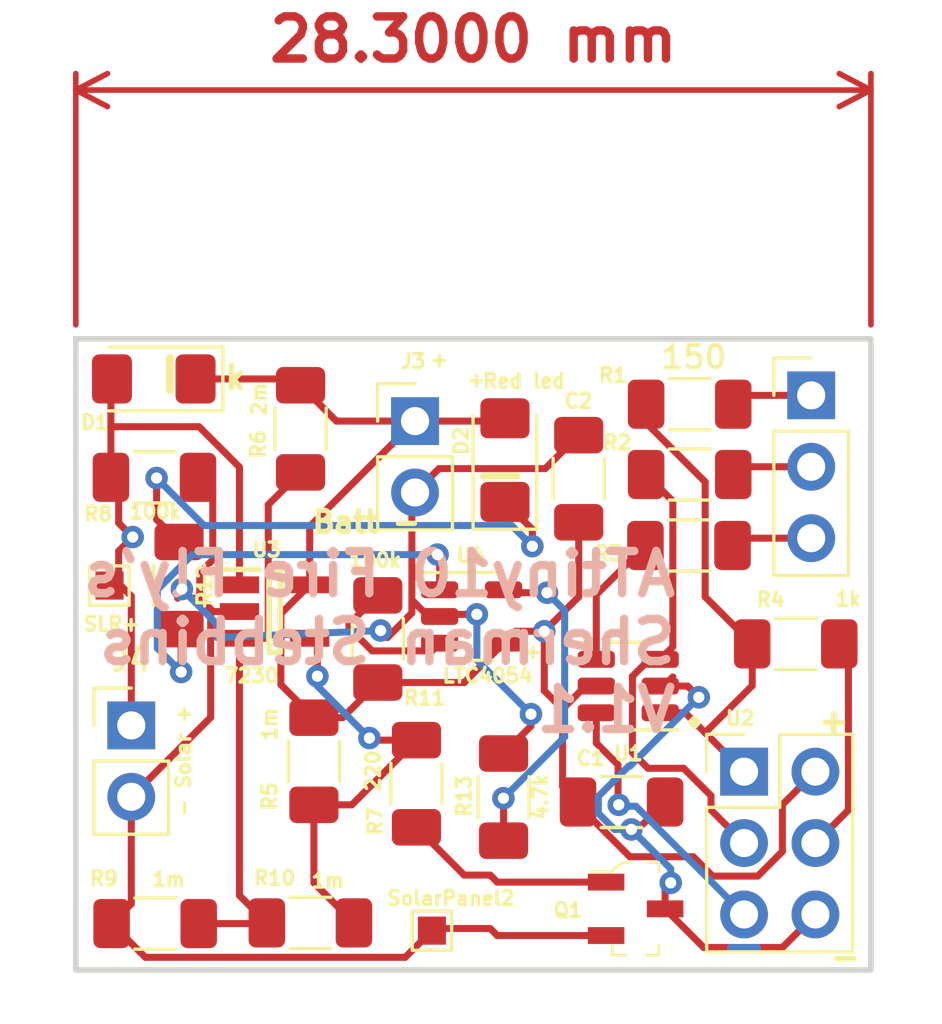
<source format=kicad_pcb>
(kicad_pcb (version 20221018) (generator pcbnew)
  (layers (0 "F.Cu" signal) (31 "B.Cu" signal) (34 "B.Paste" user) (35 "F.Paste" user) (36 "B.SilkS" user "B.Silkscreen") (37 "F.SilkS" user "F.Silkscreen") (38 "B.Mask" user) (39 "F.Mask" user) (44 "Edge.Cuts" user))
  (net 0 "")
  (net 1 "VCC")
  (net 2 "GND")
  (net 3 "SolarPanel+")
  (net 4 "Net-(J1-Pin_1)")
  (net 5 "Net-(J1-Pin_2)")
  (net 6 "Net-(J1-Pin_3)")
  (net 7 "GND1")
  (net 8 "Net-(Q1-G)")
  (net 9 "Net-(U1-PB0)")
  (net 10 "Net-(U1-PB1)")
  (net 11 "Net-(U1-PB2)")
  (net 12 "Net-(U2-MOSI)")
  (net 13 "Net-(R10-Pad1)")
  (net 14 "Net-(U3-+)")
  (net 15 "Net-(U1-~{RESET}{slash}PB3)")
  (net 16 "Net-(D2-K)")
  (net 17 "Net-(U4-BAT)")
  (net 18 "Net-(U4-~{CHRG})")
  (net 19 "Net-(U4-PROG)")
  (footprint "Connector_PinHeader_2.54mm:PinHeader_1x03_P2.54mm_Vertical" (layer "F.Cu") (at 126.225 104.56)
    (fp_text reference "J1" hide)
    (fp_text value "Conn_01x03")
    (fp_line (start -1.33 -1.33) (end 0 -1.33) (stroke (width 0.12)) (layer "F.SilkS"))
    (fp_line (start -1.33 0) (end -1.33 -1.33) (stroke (width 0.12)) (layer "F.SilkS"))
    (fp_line (start -1.33 1.27) (end -1.33 6.41) (stroke (width 0.12)) (layer "F.SilkS"))
    (fp_line (start -1.33 1.27) (end 1.33 1.27) (stroke (width 0.12)) (layer "F.SilkS"))
    (fp_line (start -1.33 6.41) (end 1.33 6.41) (stroke (width 0.12)) (layer "F.SilkS"))
    (fp_line (start 1.33 1.27) (end 1.33 6.41) (stroke (width 0.12)) (layer "F.SilkS"))
    (pad "1" thru_hole rect (at 0 0) (size 1.7 1.7) (drill 1) (layers "*.Cu" "*.Mask") (net 4 "Net-(J1-Pin_1)"))
    (pad "2" thru_hole oval (at 0 2.54) (size 1.7 1.7) (drill 1) (layers "*.Cu" "*.Mask") (net 5 "Net-(J1-Pin_2)"))
    (pad "3" thru_hole oval (at 0 5.08) (size 1.7 1.7) (drill 1) (layers "*.Cu" "*.Mask") (net 6 "Net-(J1-Pin_3)"))
  )
  (footprint "TestPoint:TestPoint_Pad_1.0x1.0mm" (layer "F.Cu") (at 101.25 111.325)
    (fp_text reference "SLR+" (at 0.08 1.365) (layer "F.SilkS") (effects (font (size 0.5 0.5) (thickness 0.125))))
    (fp_text value "TestPoint")
    (fp_line (start -0.7 -0.7) (end 0.7 -0.7) (stroke (width 0.12)) (layer "F.SilkS"))
    (fp_line (start -0.7 0.7) (end -0.7 -0.7) (stroke (width 0.12)) (layer "F.SilkS"))
    (fp_line (start 0.7 -0.7) (end 0.7 0.7) (stroke (width 0.12)) (layer "F.SilkS"))
    (fp_line (start 0.7 0.7) (end -0.7 0.7) (stroke (width 0.12)) (layer "F.SilkS"))
    (pad "1" smd rect (at 0 0) (size 1 1) (layers "F.Cu" "F.Mask") (net 3 "SolarPanel+"))
  )
  (footprint "Package_TO_SOT_SMD:TSOT-23-5" (layer "F.Cu") (at 114.1375 112.425)
    (fp_text reference "U4" (at -0.025 -2.175) (layer "F.SilkS") (effects (font (size 0.5 0.5) (thickness 0.125))))
    (fp_text value "LTC4054" (at 0.5725 2.105) (layer "F.SilkS") (effects (font (size 0.5 0.5) (thickness 0.125))))
    (fp_line (start 0 -1.56) (end -1.8 -1.56) (stroke (width 0.12)) (layer "F.SilkS"))
    (fp_line (start 0 -1.56) (end 0.8 -1.56) (stroke (width 0.12)) (layer "F.SilkS"))
    (fp_line (start 0 1.56) (end -0.8 1.56) (stroke (width 0.12)) (layer "F.SilkS"))
    (fp_line (start 0 1.56) (end 0.8 1.56) (stroke (width 0.12)) (layer "F.SilkS"))
    (pad "1" smd roundrect (at -1.1375 -0.95) (size 1.325 0.6) (layers "F.Cu" "F.Paste" "F.Mask") (net 18 "Net-(U4-~{CHRG})"))
    (pad "2" smd roundrect (at -1.1375 0) (size 1.325 0.6) (layers "F.Cu" "F.Paste" "F.Mask") (net 7 "GND1"))
    (pad "3" smd roundrect (at -1.1375 0.95) (size 1.325 0.6) (layers "F.Cu" "F.Paste" "F.Mask") (net 17 "Net-(U4-BAT)"))
    (pad "4" smd roundrect (at 1.1375 0.95) (size 1.325 0.6) (layers "F.Cu" "F.Paste" "F.Mask") (net 1 "VCC"))
    (pad "5" smd roundrect (at 1.1375 -0.95) (size 1.325 0.6) (layers "F.Cu" "F.Paste" "F.Mask") (net 19 "Net-(U4-PROG)"))
  )
  (footprint "Resistor_SMD:R_1206_3216Metric_Pad1.30x1.75mm_HandSolder" (layer "F.Cu") (at 110.8 113.225 90)
    (fp_text reference "R11" (at -2.095 1.67 180) (layer "F.SilkS") (effects (font (size 0.5 0.5) (thickness 0.125))))
    (fp_text value "100k")
    (fp_line (start -0.727064 -0.91) (end 0.727064 -0.91) (stroke (width 0.12)) (layer "F.SilkS"))
    (fp_line (start -0.727064 0.91) (end 0.727064 0.91) (stroke (width 0.12)) (layer "F.SilkS"))
    (pad "1" smd roundrect (at -1.55 0 90) (size 1.3 1.75) (layers "F.Cu" "F.Paste" "F.Mask") (roundrect_rratio 0.192308) (net 1 "VCC"))
    (pad "2" smd roundrect (at 1.55 0 90) (size 1.3 1.75) (layers "F.Cu" "F.Paste" "F.Mask") (roundrect_rratio 0.192308) (net 17 "Net-(U4-BAT)"))
  )
  (footprint "Resistor_SMD:R_1206_3216Metric_Pad1.30x1.75mm_HandSolder" (layer "F.Cu") (at 115.275 118.85 90)
    (fp_text reference "R13" (at 0.04 -1.415 90) (layer "F.SilkS") (effects (font (size 0.5 0.5) (thickness 0.125))))
    (fp_text value "4.7k" (at 0 1.315 90) (layer "F.SilkS") (effects (font (size 0.5 0.5) (thickness 0.125))))
    (fp_line (start -0.727064 -0.91) (end 0.727064 -0.91) (stroke (width 0.12)) (layer "F.SilkS"))
    (fp_line (start -0.727064 0.91) (end 0.727064 0.91) (stroke (width 0.12)) (layer "F.SilkS"))
    (pad "1" smd roundrect (at -1.55 0 90) (size 1.3 1.75) (layers "F.Cu" "F.Paste" "F.Mask") (roundrect_rratio 0.192308) (net 19 "Net-(U4-PROG)"))
    (pad "2" smd roundrect (at 1.55 0 90) (size 1.3 1.75) (layers "F.Cu" "F.Paste" "F.Mask") (roundrect_rratio 0.192308) (net 7 "GND1"))
  )
  (footprint "Resistor_SMD:R_1206_3216Metric_Pad1.30x1.75mm_HandSolder" (layer "F.Cu") (at 119.475 119.025)
    (fp_text reference "C1" (at -1.1 -1.55) (layer "F.SilkS") (effects (font (size 0.5 0.5) (thickness 0.125))))
    (fp_text value "C")
    (fp_line (start -0.727064 -0.91) (end 0.727064 -0.91) (stroke (width 0.12)) (layer "F.SilkS"))
    (fp_line (start -0.727064 0.91) (end 0.727064 0.91) (stroke (width 0.12)) (layer "F.SilkS"))
    (pad "1" smd roundrect (at -1.55 0) (size 1.3 1.75) (layers "F.Cu" "F.Paste" "F.Mask") (roundrect_rratio 0.192308) (net 1 "VCC"))
    (pad "2" smd roundrect (at 1.55 0) (size 1.3 1.75) (layers "F.Cu" "F.Paste" "F.Mask") (roundrect_rratio 0.192308) (net 2 "GND"))
  )
  (footprint "++Sherms-Custom-Libs:SOT95P270X145-5N-7230" (layer "F.Cu") (at 107.125 112.25)
    (fp_text reference "U3" (at -0.285 -2.2) (layer "F.SilkS") (effects (font (size 0.5 0.5) (thickness 0.125))))
    (fp_text value "BU7230-Comparator-5pin" hide)
    (fp_line (start -1.95 -1.5) (end -0.55 -1.5) (stroke (width 0.2)) (layer "F.SilkS"))
    (fp_line (start -0.2 -1.45) (end 0.2 -1.45) (stroke (width 0.2)) (layer "F.SilkS"))
    (fp_line (start -0.2 1.45) (end -0.2 -1.45) (stroke (width 0.2)) (layer "F.SilkS"))
    (fp_line (start 0.2 -1.45) (end 0.2 1.45) (stroke (width 0.2)) (layer "F.SilkS"))
    (fp_line (start 0.2 1.45) (end -0.2 1.45) (stroke (width 0.2)) (layer "F.SilkS"))
    (pad "1" smd rect (at -1.25 -0.95 90) (size 0.6 1.4) (layers "F.Cu" "F.Paste" "F.Mask") (net 3 "SolarPanel+"))
    (pad "2" smd rect (at -1.25 0 90) (size 0.6 1.4) (layers "F.Cu" "F.Paste" "F.Mask") (net 7 "GND1"))
    (pad "3" smd rect (at -1.25 0.95 90) (size 0.6 1.4) (layers "F.Cu" "F.Paste" "F.Mask") (net 14 "Net-(U3-+)"))
    (pad "4" smd rect (at 1.25 0.95 90) (size 0.6 1.4) (layers "F.Cu" "F.Paste" "F.Mask") (net 13 "Net-(R10-Pad1)"))
    (pad "5" smd rect (at 1.25 -0.95 90) (size 0.6 1.4) (layers "F.Cu" "F.Paste" "F.Mask") (net 1 "VCC"))
  )
  (footprint "Connector_PinHeader_2.54mm:PinHeader_2x03_P2.54mm_Vertical" (layer "F.Cu") (at 123.835 117.945)
    (fp_text reference "U2" (at -0.135 -1.895) (layer "F.SilkS") (effects (font (size 0.5 0.5) (thickness 0.125))))
    (fp_text value "ATtiny10-ISP")
    (fp_line (start -1.33 -1.33) (end 0 -1.33) (stroke (width 0.12)) (layer "F.SilkS"))
    (fp_line (start -1.33 0) (end -1.33 -1.33) (stroke (width 0.12)) (layer "F.SilkS"))
    (fp_line (start -1.33 1.27) (end -1.33 6.41) (stroke (width 0.12)) (layer "F.SilkS"))
    (fp_line (start -1.33 1.27) (end 1.27 1.27) (stroke (width 0.12)) (layer "F.SilkS"))
    (fp_line (start -1.33 6.41) (end 3.87 6.41) (stroke (width 0.12)) (layer "F.SilkS"))
    (fp_line (start 1.27 -1.33) (end 3.87 -1.33) (stroke (width 0.12)) (layer "F.SilkS"))
    (fp_line (start 1.27 1.27) (end 1.27 -1.33) (stroke (width 0.12)) (layer "F.SilkS"))
    (fp_line (start 3.87 -1.33) (end 3.87 6.41) (stroke (width 0.12)) (layer "F.SilkS"))
    (pad "1" thru_hole rect (at 0 0) (size 1.7 1.7) (drill 1) (layers "*.Cu" "*.Mask") (net 9 "Net-(U1-PB0)"))
    (pad "2" thru_hole oval (at 2.54 0) (size 1.7 1.7) (drill 1) (layers "*.Cu" "*.Mask") (net 1 "VCC"))
    (pad "3" thru_hole oval (at 0 2.54) (size 1.7 1.7) (drill 1) (layers "*.Cu" "*.Mask") (net 10 "Net-(U1-PB1)"))
    (pad "4" thru_hole oval (at 2.54 2.54) (size 1.7 1.7) (drill 1) (layers "*.Cu" "*.Mask") (net 12 "Net-(U2-MOSI)"))
    (pad "5" thru_hole oval (at 0 5.08) (size 1.7 1.7) (drill 1) (layers "*.Cu" "*.Mask") (net 15 "Net-(U1-~{RESET}{slash}PB3)"))
    (pad "6" thru_hole oval (at 2.54 5.08) (size 1.7 1.7) (drill 1) (layers "*.Cu" "*.Mask") (net 2 "GND"))
  )
  (footprint "Resistor_SMD:R_1206_3216Metric_Pad1.30x1.75mm_HandSolder" (layer "F.Cu") (at 125.675 113.4)
    (fp_text reference "R4" (at -0.9 -1.575) (layer "F.SilkS") (effects (font (size 0.5 0.5) (thickness 0.125))))
    (fp_text value "1k" (at 1.875 -1.6) (layer "F.SilkS") (effects (font (size 0.5 0.5) (thickness 0.125))))
    (fp_line (start -0.727064 -0.91) (end 0.727064 -0.91) (stroke (width 0.12)) (layer "F.SilkS"))
    (fp_line (start -0.727064 0.91) (end 0.727064 0.91) (stroke (width 0.12)) (layer "F.SilkS"))
    (pad "1" smd roundrect (at -1.55 0) (size 1.3 1.75) (layers "F.Cu" "F.Paste" "F.Mask") (roundrect_rratio 0.192308) (net 9 "Net-(U1-PB0)"))
    (pad "2" smd roundrect (at 1.55 0) (size 1.3 1.75) (layers "F.Cu" "F.Paste" "F.Mask") (roundrect_rratio 0.192308) (net 12 "Net-(U2-MOSI)"))
  )
  (footprint "Resistor_SMD:R_1206_3216Metric_Pad1.30x1.75mm_HandSolder" (layer "F.Cu") (at 121.9 104.875)
    (fp_text reference "R1" (at -2.73 -1.035) (layer "F.SilkS") (effects (font (size 0.5 0.5) (thickness 0.125))))
    (fp_text value "150" (at 0.15 -1.675) (layer "F.SilkS") (effects (font (size 0.8 0.8))))
    (fp_line (start -0.727064 -0.91) (end 0.727064 -0.91) (stroke (width 0.12)) (layer "F.SilkS"))
    (fp_line (start -0.727064 0.91) (end 0.727064 0.91) (stroke (width 0.12)) (layer "F.SilkS"))
    (pad "1" smd roundrect (at -1.55 0) (size 1.3 1.75) (layers "F.Cu" "F.Paste" "F.Mask") (roundrect_rratio 0.192308) (net 9 "Net-(U1-PB0)"))
    (pad "2" smd roundrect (at 1.55 0) (size 1.3 1.75) (layers "F.Cu" "F.Paste" "F.Mask") (roundrect_rratio 0.192308) (net 4 "Net-(J1-Pin_1)"))
  )
  (footprint "Connector_PinHeader_2.54mm:PinHeader_1x02_P2.54mm_Vertical" (layer "F.Cu") (at 112.125 105.475)
    (fp_text reference "J3" (at -0.075 -2.125) (layer "F.SilkS") (effects (font (size 0.5 0.5) (thickness 0.125))))
    (fp_text value "Conn_01x02-Battery")
    (fp_line (start -1.33 -1.33) (end 0 -1.33) (stroke (width 0.12)) (layer "F.SilkS"))
    (fp_line (start -1.33 0) (end -1.33 -1.33) (stroke (width 0.12)) (layer "F.SilkS"))
    (fp_line (start -1.33 1.27) (end -1.33 3.87) (stroke (width 0.12)) (layer "F.SilkS"))
    (fp_line (start -1.33 1.27) (end 1.33 1.27) (stroke (width 0.12)) (layer "F.SilkS"))
    (fp_line (start -1.33 3.87) (end 1.33 3.87) (stroke (width 0.12)) (layer "F.SilkS"))
    (fp_line (start 1.33 1.27) (end 1.33 3.87) (stroke (width 0.12)) (layer "F.SilkS"))
    (pad "1" thru_hole rect (at 0 0) (size 1.7 1.7) (drill 1) (layers "*.Cu" "*.Mask") (net 1 "VCC"))
    (pad "2" thru_hole oval (at 0 2.54) (size 1.7 1.7) (drill 1) (layers "*.Cu" "*.Mask") (net 7 "GND1"))
  )
  (footprint "Resistor_SMD:R_1206_3216Metric_Pad1.30x1.75mm_HandSolder" (layer "F.Cu") (at 112.175 118.375 90)
    (fp_text reference "R7" (at -1.335 -1.475 90) (layer "F.SilkS") (effects (font (size 0.5 0.5) (thickness 0.125))))
    (fp_text value "220" (at 0.455 -1.545 90) (layer "F.SilkS") (effects (font (size 0.5 0.5) (thickness 0.125))))
    (fp_line (start -0.727064 -0.91) (end 0.727064 -0.91) (stroke (width 0.12)) (layer "F.SilkS"))
    (fp_line (start -0.727064 0.91) (end 0.727064 0.91) (stroke (width 0.12)) (layer "F.SilkS"))
    (pad "1" smd roundrect (at -1.55 0 90) (size 1.3 1.75) (layers "F.Cu" "F.Paste" "F.Mask") (roundrect_rratio 0.192308) (net 8 "Net-(Q1-G)"))
    (pad "2" smd roundrect (at 1.55 0 90) (size 1.3 1.75) (layers "F.Cu" "F.Paste" "F.Mask") (roundrect_rratio 0.192308) (net 13 "Net-(R10-Pad1)"))
  )
  (footprint "Connector_PinHeader_2.54mm:PinHeader_1x02_P2.54mm_Vertical" (layer "F.Cu") (at 102.025 116.3)
    (fp_text reference "J4" (at 0 -2.33) (layer "F.SilkS") (effects (font (size 0.8 0.8))))
    (fp_text value "Conn_01x02")
    (fp_line (start -1.33 -1.33) (end 0 -1.33) (stroke (width 0.12)) (layer "F.SilkS"))
    (fp_line (start -1.33 0) (end -1.33 -1.33) (stroke (width 0.12)) (layer "F.SilkS"))
    (fp_line (start -1.33 1.27) (end -1.33 3.87) (stroke (width 0.12)) (layer "F.SilkS"))
    (fp_line (start -1.33 1.27) (end 1.33 1.27) (stroke (width 0.12)) (layer "F.SilkS"))
    (fp_line (start -1.33 3.87) (end 1.33 3.87) (stroke (width 0.12)) (layer "F.SilkS"))
    (fp_line (start 1.33 1.27) (end 1.33 3.87) (stroke (width 0.12)) (layer "F.SilkS"))
    (pad "1" thru_hole rect (at 0 0) (size 1.7 1.7) (drill 1) (layers "*.Cu" "*.Mask") (net 3 "SolarPanel+"))
    (pad "2" thru_hole oval (at 0 2.54) (size 1.7 1.7) (drill 1) (layers "*.Cu" "*.Mask") (net 7 "GND1"))
  )
  (footprint "Resistor_SMD:R_1206_3216Metric_Pad1.30x1.75mm_HandSolder" (layer "F.Cu") (at 108.525 117.575 -90)
    (fp_text reference "R5" (at 1.25 1.575 90) (layer "F.SilkS") (effects (font (size 0.5 0.5) (thickness 0.125))))
    (fp_text value "1m" (at -1.325 1.575 90) (layer "F.SilkS") (effects (font (size 0.5 0.5) (thickness 0.125))))
    (fp_line (start -0.727064 -0.91) (end 0.727064 -0.91) (stroke (width 0.12)) (layer "F.SilkS"))
    (fp_line (start -0.727064 0.91) (end 0.727064 0.91) (stroke (width 0.12)) (layer "F.SilkS"))
    (pad "1" smd roundrect (at -1.55 0 270) (size 1.3 1.75) (layers "F.Cu" "F.Paste" "F.Mask") (roundrect_rratio 0.192308) (net 1 "VCC"))
    (pad "2" smd roundrect (at 1.55 0 270) (size 1.3 1.75) (layers "F.Cu" "F.Paste" "F.Mask") (roundrect_rratio 0.192308) (net 13 "Net-(R10-Pad1)"))
  )
  (footprint "LED_SMD:LED_1206_3216Metric_Pad1.42x1.75mm_HandSolder" (layer "F.Cu") (at 115.325 106.8625 90)
    (fp_text reference "D2" (at 0.6825 -1.555 90) (layer "F.SilkS") (effects (font (size 0.5 0.5) (thickness 0.125))))
    (fp_text value "LED")
    (fp_line (start -2.46 -1.135) (end -2.46 1.135) (stroke (width 0.12)) (layer "F.SilkS"))
    (fp_line (start -2.46 1.135) (end 1.6 1.135) (stroke (width 0.12)) (layer "F.SilkS"))
    (fp_line (start 1.6 -1.135) (end -2.46 -1.135) (stroke (width 0.12)) (layer "F.SilkS"))
    (pad "1" smd roundrect (at -1.4875 0 90) (size 1.425 1.75) (layers "F.Cu" "F.Paste" "F.Mask") (roundrect_rratio 0.175439) (net 16 "Net-(D2-K)"))
    (pad "2" smd roundrect (at 1.4875 0 90) (size 1.425 1.75) (layers "F.Cu" "F.Paste" "F.Mask") (roundrect_rratio 0.175439) (net 1 "VCC"))
  )
  (footprint "Resistor_SMD:R_1206_3216Metric_Pad1.30x1.75mm_HandSolder" (layer "F.Cu") (at 103.725 111.325 -90)
    (fp_text reference "R12" (at 0 -0.91 90) (layer "F.SilkS") (effects (font (size 0.5 0.5) (thickness 0.125))))
    (fp_text value "1k")
    (fp_line (start -0.727064 -0.91) (end 0.727064 -0.91) (stroke (width 0.12)) (layer "F.SilkS"))
    (fp_line (start -0.727064 0.91) (end 0.727064 0.91) (stroke (width 0.12)) (layer "F.SilkS"))
    (pad "1" smd roundrect (at -1.55 0 270) (size 1.3 1.75) (layers "F.Cu" "F.Paste" "F.Mask") (roundrect_rratio 0.192308) (net 16 "Net-(D2-K)"))
    (pad "2" smd roundrect (at 1.55 0 270) (size 1.3 1.75) (layers "F.Cu" "F.Paste" "F.Mask") (roundrect_rratio 0.192308) (net 18 "Net-(U4-~{CHRG})"))
  )
  (footprint "Resistor_SMD:R_1206_3216Metric_Pad1.30x1.75mm_HandSolder" (layer "F.Cu") (at 102.85 107.475 180)
    (fp_text reference "R8" (at 2 -1.3) (layer "F.SilkS") (effects (font (size 0.5 0.5) (thickness 0.125))))
    (fp_text value "100k" (at -0.025 -1.225) (layer "F.SilkS") (effects (font (size 0.5 0.5) (thickness 0.125))))
    (fp_line (start -0.727064 -0.91) (end 0.727064 -0.91) (stroke (width 0.12)) (layer "F.SilkS"))
    (fp_line (start -0.727064 0.91) (end 0.727064 0.91) (stroke (width 0.12)) (layer "F.SilkS"))
    (pad "1" smd roundrect (at -1.55 0 180) (size 1.3 1.75) (layers "F.Cu" "F.Paste" "F.Mask") (roundrect_rratio 0.192308) (net 7 "GND1"))
    (pad "2" smd roundrect (at 1.55 0 180) (size 1.3 1.75) (layers "F.Cu" "F.Paste" "F.Mask") (roundrect_rratio 0.192308) (net 3 "SolarPanel+"))
  )
  (footprint "Resistor_SMD:R_1206_3216Metric_Pad1.30x1.75mm_HandSolder" (layer "F.Cu") (at 121.875 109.9)
    (fp_text reference "R3" (at -2.865 0.29) (layer "F.SilkS") (effects (font (size 0.5 0.5) (thickness 0.125))))
    (fp_text value "150")
    (fp_line (start -0.727064 -0.91) (end 0.727064 -0.91) (stroke (width 0.12)) (layer "F.SilkS"))
    (fp_line (start -0.727064 0.91) (end 0.727064 0.91) (stroke (width 0.12)) (layer "F.SilkS"))
    (pad "1" smd roundrect (at -1.55 0) (size 1.3 1.75) (layers "F.Cu" "F.Paste" "F.Mask") (roundrect_rratio 0.192308) (net 11 "Net-(U1-PB2)"))
    (pad "2" smd roundrect (at 1.55 0) (size 1.3 1.75) (layers "F.Cu" "F.Paste" "F.Mask") (roundrect_rratio 0.192308) (net 6 "Net-(J1-Pin_3)"))
  )
  (footprint "Resistor_SMD:R_1206_3216Metric_Pad1.30x1.75mm_HandSolder" (layer "F.Cu") (at 117.95 107.525 90)
    (fp_text reference "C2" (at 2.765 -0.01 180) (layer "F.SilkS") (effects (font (size 0.5 0.5) (thickness 0.125))))
    (fp_text value "1uF")
    (fp_line (start -0.727064 -0.91) (end 0.727064 -0.91) (stroke (width 0.12)) (layer "F.SilkS"))
    (fp_line (start -0.727064 0.91) (end 0.727064 0.91) (stroke (width 0.12)) (layer "F.SilkS"))
    (pad "1" smd roundrect (at -1.55 0 90) (size 1.3 1.75) (layers "F.Cu" "F.Paste" "F.Mask") (roundrect_rratio 0.192308) (net 1 "VCC"))
    (pad "2" smd roundrect (at 1.55 0 90) (size 1.3 1.75) (layers "F.Cu" "F.Paste" "F.Mask") (roundrect_rratio 0.192308) (net 7 "GND1"))
  )
  (footprint "Package_TO_SOT_SMD:SOT-23-6" (layer "F.Cu") (at 119.7125 114.9 180)
    (fp_text reference "U1" (at 0 -2.4) (layer "F.SilkS") (effects (font (size 0.5 0.5) (thickness 0.125))))
    (fp_text value "ATtiny10-TS")
    (fp_line (start 0 -1.56) (end -1.8 -1.56) (stroke (width 0.12)) (layer "F.SilkS"))
    (fp_line (start 0 -1.56) (end 0.8 -1.56) (stroke (width 0.12)) (layer "F.SilkS"))
    (fp_line (start 0 1.56) (end -0.8 1.56) (stroke (width 0.12)) (layer "F.SilkS"))
    (fp_line (start 0 1.56) (end 0.8 1.56) (stroke (width 0.12)) (layer "F.SilkS"))
    (pad "1" smd roundrect (at -1.1375 -0.95 180) (size 1.325 0.6) (layers "F.Cu" "F.Paste" "F.Mask") (net 9 "Net-(U1-PB0)"))
    (pad "2" smd roundrect (at -1.1375 0 180) (size 1.325 0.6) (layers "F.Cu" "F.Paste" "F.Mask") (net 2 "GND"))
    (pad "3" smd roundrect (at -1.1375 0.95 180) (size 1.325 0.6) (layers "F.Cu" "F.Paste" "F.Mask") (net 10 "Net-(U1-PB1)"))
    (pad "4" smd roundrect (at 1.1375 0.95 180) (size 1.325 0.6) (layers "F.Cu" "F.Paste" "F.Mask") (net 11 "Net-(U1-PB2)"))
    (pad "5" smd roundrect (at 1.1375 0 180) (size 1.325 0.6) (layers "F.Cu" "F.Paste" "F.Mask") (net 1 "VCC"))
    (pad "6" smd roundrect (at 1.1375 -0.95 180) (size 1.325 0.6) (layers "F.Cu" "F.Paste" "F.Mask") (net 15 "Net-(U1-~{RESET}{slash}PB3)"))
  )
  (footprint "Resistor_SMD:R_1206_3216Metric_Pad1.30x1.75mm_HandSolder" (layer "F.Cu") (at 121.9 107.375)
    (fp_text reference "R2" (at -2.58 -1.135) (layer "F.SilkS") (effects (font (size 0.5 0.5) (thickness 0.125))))
    (fp_text value "150")
    (fp_line (start -0.727064 -0.91) (end 0.727064 -0.91) (stroke (width 0.12)) (layer "F.SilkS"))
    (fp_line (start -0.727064 0.91) (end 0.727064 0.91) (stroke (width 0.12)) (layer "F.SilkS"))
    (pad "1" smd roundrect (at -1.55 0) (size 1.3 1.75) (layers "F.Cu" "F.Paste" "F.Mask") (roundrect_rratio 0.192308) (net 10 "Net-(U1-PB1)"))
    (pad "2" smd roundrect (at 1.55 0) (size 1.3 1.75) (layers "F.Cu" "F.Paste" "F.Mask") (roundrect_rratio 0.192308) (net 5 "Net-(J1-Pin_2)"))
  )
  (footprint "TestPoint:TestPoint_Pad_1.0x1.0mm" (layer "F.Cu") (at 112.725 123.6)
    (fp_text reference "SolarPanel2" (at 0.675 -1.15) (layer "F.SilkS") (effects (font (size 0.5 0.5) (thickness 0.125))))
    (fp_text value "TestPoint")
    (fp_line (start -0.7 -0.7) (end 0.7 -0.7) (stroke (width 0.12)) (layer "F.SilkS"))
    (fp_line (start -0.7 0.7) (end -0.7 -0.7) (stroke (width 0.12)) (layer "F.SilkS"))
    (fp_line (start 0.7 -0.7) (end 0.7 0.7) (stroke (width 0.12)) (layer "F.SilkS"))
    (fp_line (start 0.7 0.7) (end -0.7 0.7) (stroke (width 0.12)) (layer "F.SilkS"))
    (pad "1" smd rect (at 0 0) (size 1 1) (layers "F.Cu" "F.Mask") (net 7 "GND1"))
  )
  (footprint "digikey-footprints:SOT-23-3" (layer "F.Cu") (at 119.975 122.825)
    (fp_text reference "Q1" (at -2.405 0.055) (layer "F.SilkS") (effects (font (size 0.5 0.5) (thickness 0.125))))
    (fp_text value "SLS2302-A2SHB-N-Mosfet")
    (fp_line (start -0.825 -1.375) (end -0.825 -1.325) (stroke (width 0.1)) (layer "F.SilkS"))
    (fp_line (start -0.825 -1.325) (end -1.6 -1.325) (stroke (width 0.1)) (layer "F.SilkS"))
    (fp_line (start -0.825 1.65) (end -0.825 1.3) (stroke (width 0.1)) (layer "F.SilkS"))
    (fp_line (start -0.45 -1.65) (end -0.825 -1.375) (stroke (width 0.1)) (layer "F.SilkS"))
    (fp_line (start -0.35 1.65) (end -0.825 1.65) (stroke (width 0.1)) (layer "F.SilkS"))
    (fp_line (start -0.175 -1.65) (end -0.45 -1.65) (stroke (width 0.1)) (layer "F.SilkS"))
    (fp_line (start 0.45 -1.65) (end 0.825 -1.65) (stroke (width 0.1)) (layer "F.SilkS"))
    (fp_line (start 0.825 -1.65) (end 0.825 -1.35) (stroke (width 0.1)) (layer "F.SilkS"))
    (fp_line (start 0.825 1.35) (end 0.825 1.65) (stroke (width 0.1)) (layer "F.SilkS"))
    (fp_line (start 0.825 1.425) (end 0.825 1.3) (stroke (width 0.1)) (layer "F.SilkS"))
    (fp_line (start 0.825 1.65) (end 0.375 1.65) (stroke (width 0.1)) (layer "F.SilkS"))
    (pad "1" smd rect (at -1.05 -0.95) (size 1.3 0.6) (layers "F.Cu" "F.Paste" "F.Mask") (net 8 "Net-(Q1-G)"))
    (pad "2" smd rect (at -1.05 0.95) (size 1.3 0.6) (layers "F.Cu" "F.Paste" "F.Mask") (net 7 "GND1"))
    (pad "3" smd rect (at 1.05 0) (size 1.3 0.6) (layers "F.Cu" "F.Paste" "F.Mask") (net 2 "GND"))
  )
  (footprint "Resistor_SMD:R_1206_3216Metric_Pad1.30x1.75mm_HandSolder" (layer "F.Cu") (at 108.05 105.75 -90)
    (fp_text reference "R6" (at 0.55 1.5 90) (layer "F.SilkS") (effects (font (size 0.5 0.5) (thickness 0.125))))
    (fp_text value "2m" (at -1.05 1.475 90) (layer "F.SilkS") (effects (font (size 0.5 0.5) (thickness 0.125))))
    (fp_line (start -0.727064 -0.91) (end 0.727064 -0.91) (stroke (width 0.12)) (layer "F.SilkS"))
    (fp_line (start -0.727064 0.91) (end 0.727064 0.91) (stroke (width 0.12)) (layer "F.SilkS"))
    (pad "1" smd roundrect (at -1.55 0 270) (size 1.3 1.75) (layers "F.Cu" "F.Paste" "F.Mask") (roundrect_rratio 0.192308) (net 1 "VCC"))
    (pad "2" smd roundrect (at 1.55 0 270) (size 1.3 1.75) (layers "F.Cu" "F.Paste" "F.Mask") (roundrect_rratio 0.192308) (net 14 "Net-(U3-+)"))
  )
  (footprint "Resistor_SMD:R_1206_3216Metric_Pad1.30x1.75mm_HandSolder" (layer "F.Cu") (at 108.4 123.325 180)
    (fp_text reference "R10" (at 1.275 1.6) (layer "F.SilkS") (effects (font (size 0.5 0.5) (thickness 0.125))))
    (fp_text value "1m" (at -0.625 1.5) (layer "F.SilkS") (effects (font (size 0.5 0.5) (thickness 0.125))))
    (fp_line (start -0.727064 -0.91) (end 0.727064 -0.91) (stroke (width 0.12)) (layer "F.SilkS"))
    (fp_line (start -0.727064 0.91) (end 0.727064 0.91) (stroke (width 0.12)) (layer "F.SilkS"))
    (pad "1" smd roundrect (at -1.55 0 180) (size 1.3 1.75) (layers "F.Cu" "F.Paste" "F.Mask") (roundrect_rratio 0.192308) (net 13 "Net-(R10-Pad1)"))
    (pad "2" smd roundrect (at 1.55 0 180) (size 1.3 1.75) (layers "F.Cu" "F.Paste" "F.Mask") (roundrect_rratio 0.192308) (net 14 "Net-(U3-+)"))
  )
  (footprint "Resistor_SMD:R_1206_3216Metric_Pad1.30x1.75mm_HandSolder" (layer "F.Cu") (at 102.875 123.35)
    (fp_text reference "R9" (at -1.825 -1.6) (layer "F.SilkS") (effects (font (size 0.5 0.5) (thickness 0.125))))
    (fp_text value "1m" (at 0.475 -1.575) (layer "F.SilkS") (effects (font (size 0.5 0.5) (thickness 0.125))))
    (fp_line (start -0.727064 -0.91) (end 0.727064 -0.91) (stroke (width 0.12)) (layer "F.SilkS"))
    (fp_line (start -0.727064 0.91) (end 0.727064 0.91) (stroke (width 0.12)) (layer "F.SilkS"))
    (pad "1" smd roundrect (at -1.55 0) (size 1.3 1.75) (layers "F.Cu" "F.Paste" "F.Mask") (roundrect_rratio 0.192308) (net 7 "GND1"))
    (pad "2" smd roundrect (at 1.55 0) (size 1.3 1.75) (layers "F.Cu" "F.Paste" "F.Mask") (roundrect_rratio 0.192308) (net 14 "Net-(U3-+)"))
  )
  (footprint "Diode_SMD:D_1206_3216Metric_Pad1.42x1.75mm_HandSolder" (layer "F.Cu") (at 102.825 103.975 180)
    (fp_text reference "D1" (at 2.1 -1.55) (layer "F.SilkS") (effects (font (size 0.5 0.5) (thickness 0.125))))
    (fp_text value "D_Schottky")
    (fp_line (start -2.46 -1.135) (end -2.46 1.135) (stroke (width 0.12)) (layer "F.SilkS"))
    (fp_line (start -2.46 1.135) (end 1.6 1.135) (stroke (width 0.12)) (layer "F.SilkS"))
    (fp_line (start 1.6 -1.135) (end -2.46 -1.135) (stroke (width 0.12)) (layer "F.SilkS"))
    (pad "1" smd roundrect (at -1.4875 0 180) (size 1.425 1.75) (layers "F.Cu" "F.Paste" "F.Mask") (roundrect_rratio 0.175439) (net 1 "VCC"))
    (pad "2" smd roundrect (at 1.4875 0 180) (size 1.425 1.75) (layers "F.Cu" "F.Paste" "F.Mask") (roundrect_rratio 0.175439) (net 3 "SolarPanel+"))
  )
  (gr_rect (start 100.05 102.55) (end 128.35 125) (stroke (width 0.2)) (fill none) (layer "Edge.Cuts"))
  (gr_text "ATtiny10 Fire Fly's\nSherman Stebbins\nV1.1" (at 121.55 116.625) (layer "B.SilkS") (effects (font (size 1.5 1.5) (thickness 0.3) bold) (justify left bottom mirror)))
  (gr_text "+" (at 126.405 116.615) (layer "F.SilkS") (effects (font (size 0.8 0.8) (thickness 0.2) bold) (justify left bottom)))
  (gr_text "Red led" (at 116.01 104.05) (layer "F.SilkS") (effects (font (size 0.5 0.5) (thickness 0.125))))
  (gr_text "- Solar +" (at 104.175 119.625 90) (layer "F.SilkS") (effects (font (size 0.5 0.5) (thickness 0.125) bold) (justify left bottom)))
  (gr_text "-" (at 104.175 104.925 90) (layer "F.SilkS") (effects (font (size 1.5 1.5) (thickness 0.3) bold) (justify left bottom)))
  (gr_text "+" (at 113.92 104.3) (layer "F.SilkS") (effects (font (size 0.5 0.5) (thickness 0.125) bold) (justify left bottom)))
  (gr_text "Batt -" (at 108.375 109.5) (layer "F.SilkS") (effects (font (size 0.75 0.75) (thickness 0.1875) bold) (justify left bottom)))
  (gr_text "7230" (at 106.3 114.53) (layer "F.SilkS") (effects (font (size 0.5 0.5) (thickness 0.125))))
  (gr_text "+" (at 115.93 113.96) (layer "F.SilkS") (effects (font (size 0.5 0.5) (thickness 0.125) bold) (justify left bottom)))
  (gr_text "k" (at 105.275 104.4) (layer "F.SilkS") (effects (font (size 0.8 0.8) (thickness 0.2) bold) (justify left bottom)))
  (gr_text "." (at 121.5125 116.46) (layer "F.SilkS") (effects (font (size 1.5 1.5) (thickness 0.3) bold) (justify left bottom)))
  (gr_text "+" (at 112.6 103.58) (layer "F.SilkS") (effects (font (size 0.5 0.5) (thickness 0.125) bold) (justify left bottom)))
  (gr_text "100k" (at 110.7 110.42) (layer "F.SilkS") (effects (font (size 0.5 0.5) (thickness 0.125))))
  (gr_text "-" (at 116.28 106.67 180) (layer "F.SilkS") (effects (font (size 1.5 1.5) (thickness 0.3) bold) (justify left bottom)))
  (gr_text "-" (at 126.8 125.01) (layer "F.SilkS") (effects (font (size 0.8 0.8) (thickness 0.2) bold) (justify left bottom)))
  (dimension (type aligned) (layer "F.Cu") (pts (xy 100.05 102.55) (xy 128.35 102.55)) (height -8.85) (gr_text "28.3000 mm" (at 114.2 91.9) (layer "F.Cu") (effects (font (size 1.5 1.5) (thickness 0.3)))) (format (prefix "") (suffix "") (units 3) (units_format 1) (precision 4)) (style (thickness 0.2) (arrow_length 1.27) (text_position_mode 0) (extension_height 0.58642) (extension_offset 0.5) keep_text_aligned))
  (segment (start 116.725 115.065749) (end 116.725 112.95) (width 0.25) (layer "F.Cu") (net 1))
  (segment (start 104.3125 103.975) (end 107.825 103.975) (width 0.25) (layer "F.Cu") (net 1))
  (segment (start 118.190749 114.9) (end 118.575 114.9) (width 0.25) (layer "F.Cu") (net 1))
  (segment (start 108.525 116.025) (end 107.35 114.85) (width 0.25) (layer "F.Cu") (net 1))
  (segment (start 117.925 119.125305) (end 117.925 119.025) (width 0.25) (layer "F.Cu") (net 1))
  (segment (start 119.771396 120.971701) (end 117.925 119.125305) (width 0.25) (layer "F.Cu") (net 1))
  (segment (start 117.375 115.715749) (end 118.190749 114.9) (width 0.25) (layer "F.Cu") (net 1))
  (segment (start 125.2 119.12) (end 125.2 120.781701) (width 0.25) (layer "F.Cu") (net 1))
  (segment (start 116.725 112.95) (end 115.7 112.95) (width 0.25) (layer "F.Cu") (net 1))
  (segment (start 110.8 114.775) (end 109.55 116.025) (width 0.25) (layer "F.Cu") (net 1))
  (segment (start 108.375 111.3) (end 108.375 109.225) (width 0.25) (layer "F.Cu") (net 1))
  (segment (start 115.225 105.475) (end 112.125 105.475) (width 0.25) (layer "F.Cu") (net 1))
  (segment (start 115.325 105.375) (end 115.225 105.475) (width 0.25) (layer "F.Cu") (net 1))
  (segment (start 122.028299 120.971701) (end 119.771396 120.971701) (width 0.25) (layer "F.Cu") (net 1))
  (segment (start 125.2 120.781701) (end 124.321701 121.66) (width 0.25) (layer "F.Cu") (net 1))
  (segment (start 122.716598 121.66) (end 122.028299 120.971701) (width 0.25) (layer "F.Cu") (net 1))
  (segment (start 116.725 112.95) (end 117.95 111.725) (width 0.25) (layer "F.Cu") (net 1))
  (segment (start 108.375 109.225) (end 112.125 105.475) (width 0.25) (layer "F.Cu") (net 1))
  (segment (start 117.95 111.725) (end 117.95 109.075) (width 0.25) (layer "F.Cu") (net 1))
  (segment (start 117.375 118.475) (end 117.375 115.715749) (width 0.25) (layer "F.Cu") (net 1))
  (segment (start 124.321701 121.66) (end 122.716598 121.66) (width 0.25) (layer "F.Cu") (net 1))
  (segment (start 115.275 113.375) (end 113.875 114.775) (width 0.25) (layer "F.Cu") (net 1))
  (segment (start 113.875 114.775) (end 110.8 114.775) (width 0.25) (layer "F.Cu") (net 1))
  (segment (start 107.35 114.85) (end 107.35 112.325) (width 0.25) (layer "F.Cu") (net 1))
  (segment (start 126.375 117.945) (end 125.2 119.12) (width 0.25) (layer "F.Cu") (net 1))
  (segment (start 117.375 115.715749) (end 116.725 115.065749) (width 0.25) (layer "F.Cu") (net 1))
  (segment (start 107.35 112.325) (end 108.375 111.3) (width 0.25) (layer "F.Cu") (net 1))
  (segment (start 109.55 116.025) (end 108.525 116.025) (width 0.25) (layer "F.Cu") (net 1))
  (segment (start 109.325 105.475) (end 112.125 105.475) (width 0.25) (layer "F.Cu") (net 1))
  (segment (start 117.925 119.025) (end 117.375 118.475) (width 0.25) (layer "F.Cu") (net 1))
  (segment (start 115.7 112.95) (end 115.275 113.375) (width 0.25) (layer "F.Cu") (net 1))
  (segment (start 108.05 104.2) (end 109.325 105.475) (width 0.25) (layer "F.Cu") (net 1))
  (segment (start 107.825 103.975) (end 108.05 104.2) (width 0.25) (layer "F.Cu") (net 1))
  (via (at 116.725 112.95) (size 0.8) (drill 0.4) (layers "F.Cu" "B.Cu") (net 1))
  (segment (start 125.2 124.2) (end 126.375 123.025) (width 0.25) (layer "F.Cu") (net 2))
  (segment (start 121.025 122.1) (end 121.225 121.9) (width 0.25) (layer "F.Cu") (net 2))
  (segment (start 121.025 122.825) (end 121.025 122.1) (width 0.25) (layer "F.Cu") (net 2))
  (segment (start 121.3 114.575) (end 120.85 115.025) (width 0.25) (layer "F.Cu") (net 2))
  (segment (start 120.05 120) (end 121.025 119.025) (width 0.25) (layer "F.Cu") (net 2))
  (segment (start 120.85 115.025) (end 120.465749 115.025) (width 0.25) (layer "F.Cu") (net 2))
  (segment (start 119.825 120) (end 120.05 120) (width 0.25) (layer "F.Cu") (net 2))
  (segment (start 121.025 122.825) (end 122.4 124.2) (width 0.25) (layer "F.Cu") (net 2))
  (segment (start 122.225 115.3) (end 121.825 114.9) (width 0.25) (layer "F.Cu") (net 2))
  (segment (start 121.825 114.9) (end 120.85 114.9) (width 0.25) (layer "F.Cu") (net 2))
  (segment (start 122.4 124.2) (end 125.2 124.2) (width 0.25) (layer "F.Cu") (net 2))
  (via (at 119.825 120) (size 0.8) (drill 0.4) (layers "F.Cu" "B.Cu") (net 2))
  (via (at 122.225 115.3) (size 0.8) (drill 0.4) (layers "F.Cu" "B.Cu") (net 2))
  (via (at 121.225 121.9) (size 0.8) (drill 0.4) (layers "F.Cu" "B.Cu") (net 2))
  (segment (start 118.65 119.425305) (end 119.224695 120) (width 0.25) (layer "B.Cu") (net 2))
  (segment (start 121.225 121.9) (end 121.225 122.076701) (width 0.25) (layer "B.Cu") (net 2))
  (segment (start 121.225 121.9) (end 121.225 121.4) (width 0.25) (layer "B.Cu") (net 2))
  (segment (start 118.65 118.824695) (end 118.65 119.425305) (width 0.25) (layer "B.Cu") (net 2))
  (segment (start 123.348299 124.2) (end 124.321701 124.2) (width 0.25) (layer "B.Cu") (net 2))
  (segment (start 119.724695 117.75) (end 118.65 118.824695) (width 0.25) (layer "B.Cu") (net 2))
  (segment (start 122.225 115.3) (end 119.775 117.75) (width 0.25) (layer "B.Cu") (net 2))
  (segment (start 119.775 117.75) (end 119.724695 117.75) (width 0.25) (layer "B.Cu") (net 2))
  (segment (start 119.224695 120) (end 119.825 120) (width 0.25) (layer "B.Cu") (net 2))
  (segment (start 121.225 121.4) (end 119.825 120) (width 0.25) (layer "B.Cu") (net 2))
  (segment (start 101.575 111.25) (end 101.575 110.1) (width 0.25) (layer "F.Cu") (net 3))
  (segment (start 105.875 111.3) (end 105.875 107.111827) (width 0.25) (layer "F.Cu") (net 3))
  (segment (start 102.025 111.7) (end 101.575 111.25) (width 0.25) (layer "F.Cu") (net 3))
  (segment (start 105.875 107.111827) (end 104.438173 105.675) (width 0.25) (layer "F.Cu") (net 3))
  (segment (start 102.075 109.6) (end 101.575 109.1) (width 0.25) (layer "F.Cu") (net 3))
  (segment (start 101.575 110.1) (end 102.075 109.6) (width 0.25) (layer "F.Cu") (net 3))
  (segment (start 102.025 116.3) (end 102.025 111.7) (width 0.25) (layer "F.Cu") (net 3))
  (segment (start 101.3 107.475) (end 101.3 105.675) (width 0.25) (layer "F.Cu") (net 3))
  (segment (start 104.438173 105.675) (end 101.3 105.675) (width 0.25) (layer "F.Cu") (net 3))
  (segment (start 101.575 107.75) (end 101.3 107.475) (width 0.25) (layer "F.Cu") (net 3))
  (segment (start 101.575 109.1) (end 101.575 107.75) (width 0.25) (layer "F.Cu") (net 3))
  (segment (start 101.3 105.675) (end 101.3 104.0125) (width 0.25) (layer "F.Cu") (net 3))
  (segment (start 101.3 104.0125) (end 101.3375 103.975) (width 0.25) (layer "F.Cu") (net 3))
  (via (at 102.075 109.6) (size 0.8) (drill 0.4) (layers "F.Cu" "B.Cu") (net 3))
  (segment (start 123.765 104.56) (end 126.225 104.56) (width 0.25) (layer "F.Cu") (net 4))
  (segment (start 123.45 104.875) (end 123.765 104.56) (width 0.25) (layer "F.Cu") (net 4))
  (segment (start 123.45 107.375) (end 123.725 107.1) (width 0.25) (layer "F.Cu") (net 5))
  (segment (start 123.725 107.1) (end 126.225 107.1) (width 0.25) (layer "F.Cu") (net 5))
  (segment (start 123.425 109.9) (end 123.685 109.64) (width 0.25) (layer "F.Cu") (net 6))
  (segment (start 123.685 109.64) (end 126.225 109.64) (width 0.25) (layer "F.Cu") (net 6))
  (segment (start 112.125 108.015) (end 112.975 107.165) (width 0.25) (layer "F.Cu") (net 7))
  (segment (start 112.0125 111.8375) (end 112.6 112.425) (width 0.25) (layer "F.Cu") (net 7))
  (segment (start 112.725 123.6) (end 111.775 124.55) (width 0.25) (layer "F.Cu") (net 7))
  (segment (start 112.8 123.525) (end 112.725 123.6) (width 0.25) (layer "F.Cu") (net 7))
  (segment (start 112.0125 112.300673) (end 112.0125 111.8375) (width 0.25) (layer "F.Cu") (net 7))
  (segment (start 103.675 111.775) (end 103.675 111.624695) (width 0.25) (layer "F.Cu") (net 7))
  (segment (start 104.463173 111.775) (end 104.925 112.236827) (width 0.25) (layer "F.Cu") (net 7))
  (segment (start 104.588173 110.75) (end 104.619086 110.719086) (width 0.25) (layer "F.Cu") (net 7))
  (segment (start 116.76 107.165) (end 117.95 105.975) (width 0.25) (layer "F.Cu") (net 7))
  (segment (start 115.05 123.775) (end 118.925 123.775) (width 0.25) (layer "F.Cu") (net 7))
  (segment (start 102.025 118.84) (end 104.85 116.015) (width 0.25) (layer "F.Cu") (net 7))
  (segment (start 104.463173 111.775) (end 104.463173 110.874999) (width 0.25) (layer "F.Cu") (net 7))
  (segment (start 104.925 112.25) (end 105.875 112.25) (width 0.25) (layer "F.Cu") (net 7))
  (segment (start 111.775 124.55) (end 102.525 124.55) (width 0.25) (layer "F.Cu") (net 7))
  (segment (start 111.138173 113.175) (end 112.0125 112.300673) (width 0.25) (layer "F.Cu") (net 7))
  (segment (start 102.025 118.84) (end 102.025 122.65) (width 0.25) (layer "F.Cu") (net 7))
  (segment (start 104.925 112.236827) (end 104.925 112.25) (width 0.25) (layer "F.Cu") (net 7))
  (segment (start 116.25 116.325) (end 115.275 117.3) (width 0.25) (layer "F.Cu") (net 7))
  (segment (start 104.463173 110.874999) (end 104.619086 110.719086) (width 0.25) (layer "F.Cu") (net 7))
  (segment (start 114.325 112.35) (end 113.075 112.35) (width 0.25) (layer "F.Cu") (net 7))
  (segment (start 114.8 123.525) (end 115.05 123.775) (width 0.25) (layer "F.Cu") (net 7))
  (segment (start 113.075 112.35) (end 113 112.425) (width 0.25) (layer "F.Cu") (net 7))
  (segment (start 104.619086 110.719086) (end 104.925 110.413173) (width 0.25) (layer "F.Cu") (net 7))
  (segment (start 114.8 123.525) (end 112.8 123.525) (width 0.25) (layer "F.Cu") (net 7))
  (segment (start 112.6 112.425) (end 113 112.425) (width 0.25) (layer "F.Cu") (net 7))
  (segment (start 110.9 112.925) (end 111.138173 113.175) (width 0.25) (layer "F.Cu") (net 7))
  (segment (start 116.25 115.9) (end 116.25 116.325) (width 0.25) (layer "F.Cu") (net 7))
  (segment (start 112.125 108.015) (end 112.0125 108.1275) (width 0.25) (layer "F.Cu") (net 7))
  (segment (start 104.925 108) (end 104.4 107.475) (width 0.25) (layer "F.Cu") (net 7))
  (segment (start 112.0125 108.1275) (end 112.0125 111.8375) (width 0.25) (layer "F.Cu") (net 7))
  (segment (start 104.15 111.775) (end 103.825 111.45) (width 0.25) (layer "F.Cu") (net 7))
  (segment (start 104.85 112.325) (end 104.925 112.25) (width 0.25) (layer "F.Cu") (net 7))
  (segment (start 104.85 116.015) (end 104.85 112.325) (width 0.25) (layer "F.Cu") (net 7))
  (segment (start 102.025 122.65) (end 101.325 123.35) (width 0.25) (layer "F.Cu") (net 7))
  (segment (start 112.975 107.165) (end 116.76 107.165) (width 0.25) (layer "F.Cu") (net 7))
  (segment (start 104.463173 111.775) (end 104.15 111.775) (width 0.25) (layer "F.Cu") (net 7))
  (segment (start 102.525 124.55) (end 101.325 123.35) (width 0.25) (layer "F.Cu") (net 7))
  (segment (start 104.925 110.413173) (end 104.925 108) (width 0.25) (layer "F.Cu") (net 7))
  (via (at 110.9 112.925) (size 0.8) (drill 0.4) (layers "F.Cu" "B.Cu") (net 7))
  (via (at 116.25 115.9) (size 0.8) (drill 0.4) (layers "F.Cu" "B.Cu") (net 7))
  (via (at 103.825 111.45) (size 0.8) (drill 0.4) (layers "F.Cu" "B.Cu") (net 7))
  (via (at 114.325 112.35) (size 0.8) (drill 0.4) (layers "F.Cu" "B.Cu") (net 7))
  (segment (start 105.075 112.7) (end 103.825 111.45) (width 0.25) (layer "B.Cu") (net 7))
  (segment (start 105.075 113.175) (end 105.075 112.7) (width 0.25) (layer "B.Cu") (net 7))
  (segment (start 110.9 112.925) (end 105.075 113.175) (width 0.25) (layer "B.Cu") (net 7))
  (segment (start 114.325 112.35) (end 114.325 113.975) (width 0.25) (layer "B.Cu") (net 7))
  (segment (start 114.325 113.975) (end 116.25 115.9) (width 0.25) (layer "B.Cu") (net 7))
  (segment (start 114.8 121.625) (end 113.875 121.625) (width 0.25) (layer "F.Cu") (net 8))
  (segment (start 115.05 121.875) (end 118.925 121.875) (width 0.25) (layer "F.Cu") (net 8))
  (segment (start 114.8 121.625) (end 115.05 121.875) (width 0.25) (layer "F.Cu") (net 8))
  (segment (start 113.875 121.625) (end 112.175 119.925) (width 0.25) (layer "F.Cu") (net 8))
  (segment (start 122.4575 116.5675) (end 123.835 117.945) (width 0.25) (layer "F.Cu") (net 9))
  (segment (start 120.85 115.85) (end 121.74 115.85) (width 0.25) (layer "F.Cu") (net 9))
  (segment (start 122.45 107.636827) (end 122.45 111.725) (width 0.25) (layer "F.Cu") (net 9))
  (segment (start 120.35 104.875) (end 120.35 105.536827) (width 0.25) (layer "F.Cu") (net 9))
  (segment (start 122.45 116.56) (end 122.4575 116.5675) (width 0.25) (layer "F.Cu") (net 9))
  (segment (start 122.45 116.56) (end 124.125 114.885) (width 0.25) (layer "F.Cu") (net 9))
  (segment (start 121.74 115.85) (end 122.45 116.56) (width 0.25) (layer "F.Cu") (net 9))
  (segment (start 120.35 105.536827) (end 122.45 107.636827) (width 0.25) (layer "F.Cu") (net 9))
  (segment (start 122.45 111.725) (end 124.125 113.4) (width 0.25) (layer "F.Cu") (net 9))
  (segment (start 124.125 114.885) (end 124.125 113.4) (width 0.25) (layer "F.Cu") (net 9))
  (segment (start 119.8625 114.553249) (end 120.465749 113.95) (width 0.25) (layer "F.Cu") (net 10))
  (segment (start 121.3 113.5) (end 121.3 108.325) (width 0.25) (layer "F.Cu") (net 10))
  (segment (start 123.835 120.485) (end 122.66 119.31) (width 0.25) (layer "F.Cu") (net 10))
  (segment (start 122.66 119.31) (end 122.66 118.8) (width 0.25) (layer "F.Cu") (net 10))
  (segment (start 119.8625 117.271751) (end 119.8625 114.553249) (width 0.25) (layer "F.Cu") (net 10))
  (segment (start 121.685 117.825) (end 120.415749 117.825) (width 0.25) (layer "F.Cu") (net 10))
  (segment (start 120.415749 117.825) (end 119.8625 117.271751) (width 0.25) (layer "F.Cu") (net 10))
  (segment (start 120.35 107.375) (end 121.3 108.325) (width 0.25) (layer "F.Cu") (net 10))
  (segment (start 122.66 118.8) (end 121.685 117.825) (width 0.25) (layer "F.Cu") (net 10))
  (segment (start 120.85 113.95) (end 121.3 113.5) (width 0.25) (layer "F.Cu") (net 10))
  (segment (start 120.465749 113.95) (end 120.85 113.95) (width 0.25) (layer "F.Cu") (net 10))
  (segment (start 120.325 109.9) (end 118.575 111.65) (width 0.25) (layer "F.Cu") (net 11))
  (segment (start 118.575 113.95) (end 118.575 111.65) (width 0.25) (layer "F.Cu") (net 11))
  (segment (start 127.55 119.31) (end 126.375 120.485) (width 0.25) (layer "F.Cu") (net 12))
  (segment (start 127.55 113.725) (end 127.55 119.31) (width 0.25) (layer "F.Cu") (net 12))
  (segment (start 127.225 113.4) (end 127.55 113.725) (width 0.25) (layer "F.Cu") (net 12))
  (segment (start 108.525 121.9) (end 108.525 119.125) (width 0.25) (layer "F.Cu") (net 13))
  (segment (start 110.575 116.825) (end 110.5 116.75) (width 0.25) (layer "F.Cu") (net 13))
  (segment (start 112.175 116.825) (end 110.575 116.825) (width 0.25) (layer "F.Cu") (net 13))
  (segment (start 108.65 114.55) (end 108.65 113.475) (width 0.25) (layer "F.Cu") (net 13))
  (segment (start 108.525 119.125) (end 109.875 119.125) (width 0.25) (layer "F.Cu") (net 13))
  (segment (start 109.875 119.125) (end 112.175 116.825) (width 0.25) (layer "F.Cu") (net 13))
  (segment (start 109.95 123.325) (end 108.525 121.9) (width 0.25) (layer "F.Cu") (net 13))
  (segment (start 108.55 113.2) (end 108.375 113.2) (width 0.25) (layer "F.Cu") (net 13))
  (via (at 108.65 114.55) (size 0.8) (drill 0.4) (layers "F.Cu" "B.Cu") (net 13))
  (via (at 110.5 116.75) (size 0.8) (drill 0.4) (layers "F.Cu" "B.Cu") (net 13))
  (segment (start 110.5 116.75) (end 108.65 114.9) (width 0.25) (layer "B.Cu") (net 13))
  (segment (start 108.65 114.9) (end 108.65 114.55) (width 0.25) (layer "B.Cu") (net 13))
  (segment (start 105.875 113.2) (end 106.825 113.2) (width 0.25) (layer "F.Cu") (net 14))
  (segment (start 104.425 123.35) (end 106.825 123.35) (width 0.25) (layer "F.Cu") (net 14))
  (segment (start 106.825 123.35) (end 106.85 123.325) (width 0.25) (layer "F.Cu") (net 14))
  (segment (start 106.85 123.325) (end 105.875 122.35) (width 0.25) (layer "F.Cu") (net 14))
  (segment (start 106.825 113.2) (end 106.9 113.125) (width 0.25) (layer "F.Cu") (net 14))
  (segment (start 106.9 113.125) (end 106.9 108.45) (width 0.25) (layer "F.Cu") (net 14))
  (segment (start 105.875 122.35) (end 105.875 113.2) (width 0.25) (layer "F.Cu") (net 14))
  (segment (start 106.9 108.45) (end 108.05 107.3) (width 0.25) (layer "F.Cu") (net 14))
  (segment (start 118.575 116.925) (end 118.575 115.85) (width 0.25) (layer "F.Cu") (net 15))
  (segment (start 119.35 119.1) (end 119.375 119.125) (width 0.25) (layer "F.Cu") (net 15))
  (segment (start 119.35 117.7) (end 118.575 116.925) (width 0.25) (layer "F.Cu") (net 15))
  (segment (start 119.35 117.7) (end 119.35 119.1) (width 0.25) (layer "F.Cu") (net 15))
  (segment (start 118.190749 115.975) (end 118.575 115.975) (width 0.25) (layer "F.Cu") (net 15))
  (via (at 119.375 119.125) (size 0.8) (drill 0.4) (layers "F.Cu" "B.Cu") (net 15))
  (segment (start 119.985 119.175) (end 119.425 119.175) (width 0.25) (layer "B.Cu") (net 15))
  (segment (start 119.425 119.175) (end 119.375 119.125) (width 0.25) (layer "B.Cu") (net 15))
  (segment (start 123.835 123.025) (end 119.985 119.175) (width 0.25) (layer "B.Cu") (net 15))
  (segment (start 116.3 109.925) (end 116.3 109.325) (width 0.25) (layer "F.Cu") (net 16))
  (segment (start 116.3 109.325) (end 115.325 108.35) (width 0.25) (layer "F.Cu") (net 16))
  (segment (start 102.925 108.975) (end 103.725 109.775) (width 0.25) (layer "F.Cu") (net 16))
  (segment (start 102.925 107.5) (end 102.925 108.975) (width 0.25) (layer "F.Cu") (net 16))
  (via (at 116.3 109.925) (size 0.8) (drill 0.4) (layers "F.Cu" "B.Cu") (net 16))
  (via (at 102.925 107.5) (size 0.8) (drill 0.4) (layers "F.Cu" "B.Cu") (net 16))
  (segment (start 102.925 107.5) (end 104.615 109.19) (width 0.25) (layer "B.Cu") (net 16))
  (segment (start 115.565 109.19) (end 116.3 109.925) (width 0.25) (layer "B.Cu") (net 16))
  (segment (start 104.615 109.19) (end 115.565 109.19) (width 0.25) (layer "B.Cu") (net 16))
  (segment (start 113 113.375) (end 112.725 113.65) (width 0.25) (layer "F.Cu") (net 17))
  (segment (start 112.725 113.65) (end 110.599695 113.65) (width 0.25) (layer "F.Cu") (net 17))
  (segment (start 109.775 112.7) (end 110.8 111.675) (width 0.25) (layer "F.Cu") (net 17))
  (segment (start 109.775 112.825305) (end 109.775 112.7) (width 0.25) (layer "F.Cu") (net 17))
  (segment (start 110.599695 113.65) (end 109.775 112.825305) (width 0.25) (layer "F.Cu") (net 17))
  (segment (start 103.8 112.95) (end 103.725 112.875) (width 0.25) (layer "F.Cu") (net 18))
  (segment (start 113 110.3) (end 112.925 110.225) (width 0.25) (layer "F.Cu") (net 18))
  (segment (start 103.8 114.4) (end 103.8 112.95) (width 0.25) (layer "F.Cu") (net 18))
  (segment (start 113 111.475) (end 113 110.3) (width 0.25) (layer "F.Cu") (net 18))
  (via (at 103.8 114.4) (size 0.8) (drill 0.4) (layers "F.Cu" "B.Cu") (net 18))
  (via (at 112.925 110.225) (size 0.8) (drill 0.4) (layers "F.Cu" "B.Cu") (net 18))
  (segment (start 102.95 113.55) (end 102.95 111.474695) (width 0.25) (layer "B.Cu") (net 18))
  (segment (start 103.8 114.4) (end 102.95 113.55) (width 0.25) (layer "B.Cu") (net 18))
  (segment (start 104.199695 110.225) (end 112.925 110.225) (width 0.25) (layer "B.Cu") (net 18))
  (segment (start 102.95 111.474695) (end 104.199695 110.225) (width 0.25) (layer "B.Cu") (net 18))
  (segment (start 115.275 118.895) (end 115.27 118.89) (width 0.25) (layer "F.Cu") (net 19))
  (segment (start 115.38 111.58) (end 115.275 111.475) (width 0.25) (layer "F.Cu") (net 19))
  (segment (start 116.82 111.58) (end 115.38 111.58) (width 0.25) (layer "F.Cu") (net 19))
  (segment (start 115.275 120.4) (end 115.275 118.895) (width 0.25) (layer "F.Cu") (net 19))
  (via (at 116.82 111.58) (size 0.8) (drill 0.4) (layers "F.Cu" "B.Cu") (net 19))
  (via (at 115.27 118.89) (size 0.8) (drill 0.4) (layers "F.Cu" "B.Cu") (net 19))
  (segment (start 117.45 116.71) (end 117.45 112.21) (width 0.25) (layer "B.Cu") (net 19))
  (segment (start 115.27 118.89) (end 117.45 116.71) (width 0.25) (layer "B.Cu") (net 19))
  (segment (start 117.45 112.21) (end 116.82 111.58) (width 0.25) (layer "B.Cu") (net 19))
)
</source>
